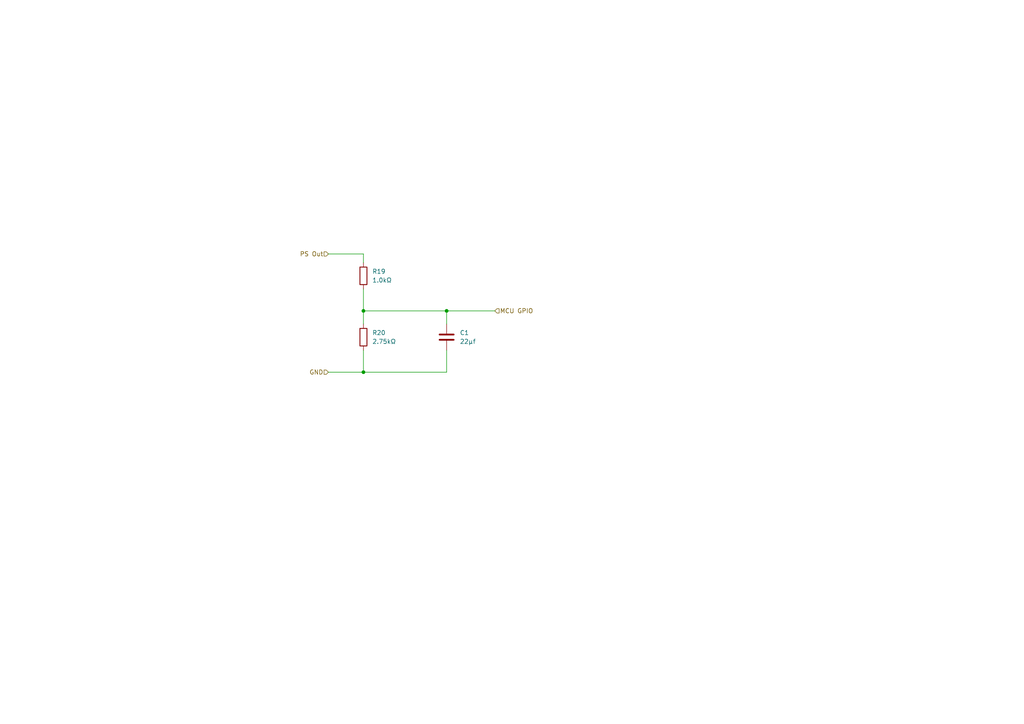
<source format=kicad_sch>
(kicad_sch (version 20230121) (generator eeschema)
  (paper "A4")
  (lib_symbols
    (symbol "Device:C" (pin_numbers hide) (pin_names (offset 0.254))
      (property "Reference" "C" (at 0.635 2.54 0))
      (property "Value" "C" (at 0.635 -2.54 0))
      (symbol "C_0_1"
        (polyline (pts (xy -2.032 -0.762) (xy 2.032 -0.762)) (stroke (width 0.508)))
        (polyline (pts (xy -2.032 0.762) (xy 2.032 0.762)) (stroke (width 0.508)))
      )
      (symbol "C_1_1"
        (pin passive line (at 0 3.81 270) (length 2.794) (name "~") (number "1"))
        (pin passive line (at 0 -3.81 90) (length 2.794) (name "~") (number "2"))
      )
    )
    (symbol "Device:R" (pin_numbers hide) (pin_names (offset 0))
      (property "Reference" "R" (at 2.032 0 90))
      (property "Value" "R" (at 0 0 90))
      (symbol "R_0_1"
        (rectangle (start -1.016 -2.54) (end 1.016 2.54) (stroke (width 0.254)))
      )
      (symbol "R_1_1"
        (pin passive line (at 0 3.81 270) (length 1.27) (name "~") (number "1"))
        (pin passive line (at 0 -3.81 90) (length 1.27) (name "~") (number "2"))
      )
    )
  )
  (junction (at 105.41 90.17))
  (junction (at 105.41 107.95))
  (junction (at 129.54 90.17))
  (wire (pts (xy 129.54 90.17) (xy 129.54 93.98)))
  (wire (pts (xy 129.54 101.6) (xy 129.54 107.95)))
  (wire (pts (xy 105.41 90.17) (xy 129.54 90.17)))
  (wire (pts (xy 95.25 107.95) (xy 105.41 107.95)))
  (wire (pts (xy 105.41 83.82) (xy 105.41 90.17)))
  (wire (pts (xy 105.41 101.6) (xy 105.41 107.95)))
  (wire (pts (xy 105.41 90.17) (xy 105.41 93.98)))
  (wire (pts (xy 95.25 73.66) (xy 105.41 73.66)))
  (wire (pts (xy 105.41 76.2) (xy 105.41 73.66)))
  (wire (pts (xy 129.54 107.95) (xy 105.41 107.95)))
  (wire (pts (xy 129.54 90.17) (xy 143.51 90.17)))
  (hierarchical_label "MCU GPIO" (shape input) (at 143.51 90.17 0))
  (hierarchical_label "PS Out" (shape input) (at 95.25 73.66 180))
  (hierarchical_label "GND" (shape input) (at 95.25 107.95 180))
  (symbol (lib_id "Device:C") (at 129.54 97.79 0) (unit 1)
    (property "Reference" "C1" (at 133.35 96.52 0) (effects (justify left)))
    (property "Value" "22µf" (at 133.35 99.06 0) (effects (justify left)))
  )
  (symbol (lib_id "Device:R") (at 105.41 97.79 0) (unit 1)
    (property "Reference" "R20" (at 107.95 96.52 0) (effects (justify left)))
    (property "Value" "2.75kΩ" (at 107.95 99.06 0) (effects (justify left)))
    (property "Footprint" "Resistor:R_Axial_DIN0204_L3.6mm_D1.6mm_P5.08mm_Horizontal-JW" (effects hide))
  )
  (symbol (lib_id "Device:R") (at 105.41 80.01 0) (unit 1)
    (property "Reference" "R19" (at 107.95 78.74 0) (effects (justify left)))
    (property "Value" "1.0kΩ" (at 107.95 81.28 0) (effects (justify left)))
    (property "Footprint" "Resistor:R_Axial_DIN0204_L3.6mm_D1.6mm_P5.08mm_Horizontal-JW" (effects hide))
  )
)
</source>
